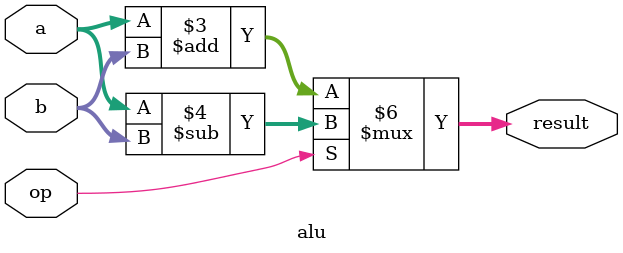
<source format=v>
module alu(
    input [3:0] a,
    input [3:0] b,
    input op,  // operation: 0 for add, 1 for subtract
    output reg [4:0] result
);

    always @ (a, b, op)
    begin
        if (op == 0) 
            result = a + b;
        else 
            result = a - b;
    end

endmodule


</source>
